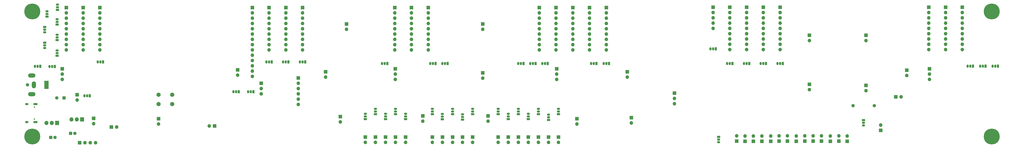
<source format=gbs>
G04 #@! TF.GenerationSoftware,KiCad,Pcbnew,7.0.9*
G04 #@! TF.CreationDate,2024-04-05T10:46:58+01:00*
G04 #@! TF.ProjectId,mcpElectronicsv2,6d637045-6c65-4637-9472-6f6e69637376,rev?*
G04 #@! TF.SameCoordinates,Original*
G04 #@! TF.FileFunction,Soldermask,Bot*
G04 #@! TF.FilePolarity,Negative*
%FSLAX46Y46*%
G04 Gerber Fmt 4.6, Leading zero omitted, Abs format (unit mm)*
G04 Created by KiCad (PCBNEW 7.0.9) date 2024-04-05 10:46:58*
%MOMM*%
%LPD*%
G01*
G04 APERTURE LIST*
%ADD10R,1.700000X1.700000*%
%ADD11O,1.700000X1.700000*%
%ADD12C,2.000000*%
%ADD13R,1.050000X1.500000*%
%ADD14O,1.050000X1.500000*%
%ADD15R,1.500000X1.050000*%
%ADD16O,1.500000X1.050000*%
%ADD17R,1.905000X2.000000*%
%ADD18O,1.905000X2.000000*%
%ADD19C,1.600000*%
%ADD20R,2.000000X4.000000*%
%ADD21O,2.000000X3.300000*%
%ADD22O,3.500000X2.000000*%
%ADD23C,7.600000*%
%ADD24R,1.600000X1.600000*%
%ADD25O,1.600000X1.600000*%
%ADD26C,0.650000*%
%ADD27O,2.100000X1.000000*%
%ADD28O,1.600000X1.000000*%
G04 APERTURE END LIST*
D10*
X460000000Y-275290000D03*
D11*
X460000000Y-272750000D03*
D12*
X139250000Y-253000000D03*
X145750000Y-253000000D03*
X139250000Y-257500000D03*
X145750000Y-257500000D03*
D10*
X464000000Y-275275000D03*
D11*
X464000000Y-272735000D03*
D13*
X354300000Y-238000000D03*
D14*
X353030000Y-238000000D03*
X351760000Y-238000000D03*
D13*
X534020000Y-239260000D03*
D14*
X532750000Y-239260000D03*
X531480000Y-239260000D03*
D10*
X252300000Y-240500000D03*
D11*
X252300000Y-245580000D03*
X252300000Y-243040000D03*
D10*
X363000000Y-242000000D03*
D11*
X363000000Y-244540000D03*
D13*
X277230000Y-238000000D03*
D14*
X275960000Y-238000000D03*
X274690000Y-238000000D03*
D10*
X229000000Y-219000000D03*
D11*
X229000000Y-221540000D03*
D10*
X192000000Y-211125000D03*
D11*
X192000000Y-213665000D03*
X192000000Y-216205000D03*
X192000000Y-218745000D03*
X192000000Y-221285000D03*
X192000000Y-223825000D03*
X192000000Y-226365000D03*
X192000000Y-228905000D03*
X192000000Y-231445000D03*
D10*
X111250000Y-211125000D03*
D11*
X111250000Y-213665000D03*
X111250000Y-216205000D03*
X111250000Y-218745000D03*
X111250000Y-221285000D03*
X111250000Y-223825000D03*
X111250000Y-226365000D03*
X111250000Y-228905000D03*
X111250000Y-231445000D03*
D10*
X385550000Y-252250000D03*
D11*
X385550000Y-257330000D03*
X385550000Y-254790000D03*
D10*
X177000000Y-241000000D03*
D11*
X177000000Y-243540000D03*
D10*
X507300000Y-240500000D03*
D11*
X507300000Y-245580000D03*
X507300000Y-243040000D03*
D10*
X353000000Y-211125000D03*
D11*
X353000000Y-213665000D03*
X353000000Y-216205000D03*
X353000000Y-218745000D03*
X353000000Y-221285000D03*
X353000000Y-223825000D03*
X353000000Y-226365000D03*
X353000000Y-228905000D03*
X353000000Y-231445000D03*
D10*
X428000000Y-211000000D03*
D11*
X428000000Y-213540000D03*
X428000000Y-216080000D03*
X428000000Y-218620000D03*
X428000000Y-221160000D03*
X428000000Y-223700000D03*
X428000000Y-226240000D03*
X428000000Y-228780000D03*
X428000000Y-231320000D03*
D10*
X306200000Y-273325000D03*
D11*
X306200000Y-275865000D03*
D10*
X108250000Y-264325000D03*
D11*
X108250000Y-266865000D03*
D10*
X238000000Y-273325000D03*
D11*
X238000000Y-275865000D03*
D13*
X248500000Y-238000000D03*
D14*
X247230000Y-238000000D03*
X245960000Y-238000000D03*
D10*
X184000000Y-211125000D03*
D11*
X184000000Y-213665000D03*
X184000000Y-216205000D03*
X184000000Y-218745000D03*
X184000000Y-221285000D03*
X184000000Y-223825000D03*
X184000000Y-226365000D03*
X184000000Y-228905000D03*
X184000000Y-231445000D03*
X184000000Y-233985000D03*
X184000000Y-236525000D03*
X184000000Y-239065000D03*
X184000000Y-241605000D03*
X184000000Y-244145000D03*
D13*
X184520000Y-251500000D03*
D14*
X183250000Y-251500000D03*
X181980000Y-251500000D03*
D13*
X324980000Y-238000000D03*
D14*
X323710000Y-238000000D03*
X322440000Y-238000000D03*
D15*
X315800000Y-264670000D03*
D16*
X315800000Y-263400000D03*
X315800000Y-262130000D03*
D15*
X270000000Y-262270000D03*
D16*
X270000000Y-261000000D03*
X270000000Y-259730000D03*
D10*
X450000000Y-224460000D03*
D11*
X450000000Y-227000000D03*
D15*
X311000000Y-262290000D03*
D16*
X311000000Y-261020000D03*
X311000000Y-259750000D03*
D15*
X320600000Y-262290000D03*
D16*
X320600000Y-261020000D03*
X320600000Y-259750000D03*
D10*
X325400000Y-273325000D03*
D11*
X325400000Y-275865000D03*
D10*
X265400000Y-263125000D03*
D11*
X265400000Y-265665000D03*
D15*
X242800000Y-262270000D03*
D16*
X242800000Y-261000000D03*
X242800000Y-259730000D03*
D10*
X279600000Y-273325000D03*
D11*
X279600000Y-275865000D03*
D10*
X451750000Y-275275000D03*
D11*
X451750000Y-272735000D03*
D10*
X188300000Y-247500000D03*
D11*
X188300000Y-252580000D03*
X188300000Y-250040000D03*
D17*
X90830000Y-266500000D03*
D18*
X88290000Y-266500000D03*
X85750000Y-266500000D03*
D13*
X112790000Y-237250000D03*
D14*
X111520000Y-237250000D03*
X110250000Y-237250000D03*
D19*
X76700000Y-248250000D03*
D20*
X85700000Y-248250000D03*
D21*
X79700000Y-248250000D03*
D22*
X78700000Y-243750000D03*
X78700000Y-252750000D03*
D10*
X329300000Y-240500000D03*
D11*
X329300000Y-245580000D03*
X329300000Y-243040000D03*
D10*
X252400000Y-273325000D03*
D11*
X252400000Y-275865000D03*
D23*
X79000000Y-213000000D03*
D15*
X306200000Y-264670000D03*
D16*
X306200000Y-263400000D03*
X306200000Y-262130000D03*
D15*
X257160000Y-264670000D03*
D16*
X257160000Y-263400000D03*
X257160000Y-262130000D03*
D13*
X429270000Y-238000000D03*
D14*
X428000000Y-238000000D03*
X426730000Y-238000000D03*
D10*
X268000000Y-211125000D03*
D11*
X268000000Y-213665000D03*
X268000000Y-216205000D03*
X268000000Y-218745000D03*
X268000000Y-221285000D03*
X268000000Y-223825000D03*
X268000000Y-226365000D03*
X268000000Y-228905000D03*
X268000000Y-231445000D03*
D10*
X139250000Y-264460000D03*
D11*
X139250000Y-267000000D03*
D13*
X106400000Y-253500000D03*
D14*
X105130000Y-253500000D03*
X103860000Y-253500000D03*
D15*
X289200000Y-262250000D03*
D16*
X289200000Y-260980000D03*
X289200000Y-259710000D03*
D10*
X208000000Y-211125000D03*
D11*
X208000000Y-213665000D03*
X208000000Y-216205000D03*
X208000000Y-218745000D03*
X208000000Y-221285000D03*
X208000000Y-223825000D03*
X208000000Y-226365000D03*
X208000000Y-228905000D03*
X208000000Y-231445000D03*
D10*
X284400000Y-273325000D03*
D11*
X284400000Y-275865000D03*
D10*
X415250000Y-275275000D03*
D11*
X415250000Y-272735000D03*
D10*
X477000000Y-224460000D03*
D11*
X477000000Y-227000000D03*
D15*
X325400000Y-265070000D03*
D16*
X325400000Y-263800000D03*
X325400000Y-262530000D03*
D10*
X491225000Y-254000000D03*
D11*
X493765000Y-254000000D03*
D10*
X226000000Y-263460000D03*
D11*
X226000000Y-266000000D03*
D10*
X419250000Y-275290000D03*
D11*
X419250000Y-272750000D03*
D23*
X79000000Y-273000000D03*
X537000000Y-213000000D03*
D10*
X484000000Y-270040000D03*
D11*
X484000000Y-267500000D03*
D13*
X193270000Y-237250000D03*
D14*
X192000000Y-237250000D03*
X190730000Y-237250000D03*
D10*
X289200000Y-273325000D03*
D11*
X289200000Y-275865000D03*
D15*
X90860000Y-219270000D03*
D16*
X90860000Y-218000000D03*
X90860000Y-216730000D03*
D15*
X330200000Y-262270000D03*
D16*
X330200000Y-261000000D03*
X330200000Y-259730000D03*
D15*
X247600000Y-264670000D03*
D16*
X247600000Y-263400000D03*
X247600000Y-262130000D03*
D13*
X89760000Y-239390000D03*
D14*
X88490000Y-239390000D03*
X87220000Y-239390000D03*
D10*
X315800000Y-273325000D03*
D11*
X315800000Y-275865000D03*
D10*
X206000000Y-244960000D03*
D11*
X206000000Y-247500000D03*
X206000000Y-250040000D03*
X206000000Y-252580000D03*
X206000000Y-255120000D03*
X206000000Y-257660000D03*
D13*
X528000000Y-239250000D03*
D14*
X526730000Y-239250000D03*
X525460000Y-239250000D03*
D10*
X329000000Y-211125000D03*
D11*
X329000000Y-213665000D03*
X329000000Y-216205000D03*
X329000000Y-218745000D03*
X329000000Y-221285000D03*
X329000000Y-223825000D03*
X329000000Y-226365000D03*
X329000000Y-228905000D03*
X329000000Y-231445000D03*
D10*
X477000000Y-248460000D03*
D11*
X477000000Y-251000000D03*
D13*
X437270000Y-238000000D03*
D14*
X436000000Y-238000000D03*
X434730000Y-238000000D03*
D15*
X284400000Y-264870000D03*
D16*
X284400000Y-263600000D03*
X284400000Y-262330000D03*
D13*
X348260000Y-238000000D03*
D14*
X346990000Y-238000000D03*
X345720000Y-238000000D03*
D10*
X412000000Y-211000000D03*
D11*
X412000000Y-213540000D03*
X412000000Y-216080000D03*
X412000000Y-218620000D03*
X412000000Y-221160000D03*
X412000000Y-223700000D03*
X412000000Y-226240000D03*
X412000000Y-228780000D03*
X412000000Y-231320000D03*
D24*
X97294888Y-271500000D03*
D19*
X99294888Y-271500000D03*
D23*
X537000000Y-273000000D03*
D13*
X209270000Y-237250000D03*
D14*
X208000000Y-237250000D03*
X206730000Y-237250000D03*
D10*
X242800000Y-273325000D03*
D11*
X242800000Y-275865000D03*
D10*
X496500000Y-241225000D03*
D11*
X496500000Y-243765000D03*
D15*
X84860000Y-220460000D03*
D16*
X84860000Y-221730000D03*
X84860000Y-223000000D03*
D15*
X90860000Y-234250000D03*
D16*
X90860000Y-232980000D03*
X90860000Y-231710000D03*
D13*
X319270000Y-238000000D03*
D14*
X318000000Y-238000000D03*
X316730000Y-238000000D03*
D10*
X468000000Y-275290000D03*
D11*
X468000000Y-272750000D03*
D13*
X177520000Y-251520000D03*
D14*
X176250000Y-251520000D03*
X174980000Y-251520000D03*
D13*
X82760000Y-239345000D03*
D14*
X81490000Y-239345000D03*
X80220000Y-239345000D03*
D15*
X252350000Y-262250000D03*
D16*
X252350000Y-260980000D03*
X252350000Y-259710000D03*
D10*
X116710000Y-268500000D03*
D11*
X119250000Y-268500000D03*
D24*
X94152651Y-254500000D03*
D19*
X90652651Y-254500000D03*
D10*
X260000000Y-211125000D03*
D11*
X260000000Y-213665000D03*
X260000000Y-216205000D03*
X260000000Y-218745000D03*
X260000000Y-221285000D03*
X260000000Y-223825000D03*
X260000000Y-226365000D03*
X260000000Y-228905000D03*
X260000000Y-231445000D03*
D10*
X257200000Y-273325000D03*
D11*
X257200000Y-275865000D03*
D19*
X481000000Y-258250000D03*
D25*
X470840000Y-258250000D03*
D13*
X313510000Y-238000000D03*
D14*
X312240000Y-238000000D03*
X310970000Y-238000000D03*
D10*
X507000000Y-211000000D03*
D11*
X507000000Y-213540000D03*
X507000000Y-216080000D03*
X507000000Y-218620000D03*
X507000000Y-221160000D03*
X507000000Y-223700000D03*
X507000000Y-226240000D03*
X507000000Y-228780000D03*
X507000000Y-231320000D03*
D10*
X101600000Y-276000000D03*
D11*
X104140000Y-276000000D03*
X106680000Y-276000000D03*
X109220000Y-276000000D03*
D10*
X436000000Y-211000000D03*
D11*
X436000000Y-213540000D03*
X436000000Y-216080000D03*
X436000000Y-218620000D03*
X436000000Y-221160000D03*
X436000000Y-223700000D03*
X436000000Y-226240000D03*
X436000000Y-228780000D03*
X436000000Y-231320000D03*
D10*
X200000000Y-211125000D03*
D11*
X200000000Y-213665000D03*
X200000000Y-216205000D03*
X200000000Y-218745000D03*
X200000000Y-221285000D03*
X200000000Y-223825000D03*
X200000000Y-226365000D03*
X200000000Y-228905000D03*
X200000000Y-231445000D03*
D10*
X431500000Y-275290000D03*
D11*
X431500000Y-272750000D03*
D10*
X337000000Y-211125000D03*
D11*
X337000000Y-213665000D03*
X337000000Y-216205000D03*
X337000000Y-218745000D03*
X337000000Y-221285000D03*
X337000000Y-223825000D03*
X337000000Y-226365000D03*
X337000000Y-228905000D03*
X337000000Y-231445000D03*
D10*
X447750000Y-275275000D03*
D11*
X447750000Y-272735000D03*
D10*
X320600000Y-273325000D03*
D11*
X320600000Y-275865000D03*
D10*
X439500000Y-275275000D03*
D11*
X439500000Y-272735000D03*
D15*
X90860000Y-226750000D03*
D16*
X90860000Y-225480000D03*
X90860000Y-224210000D03*
D10*
X365000000Y-264000000D03*
D11*
X365000000Y-266540000D03*
D10*
X95250000Y-211125000D03*
D11*
X95250000Y-213665000D03*
X95250000Y-216205000D03*
X95250000Y-218745000D03*
X95250000Y-221285000D03*
X95250000Y-223825000D03*
X95250000Y-226365000D03*
X95250000Y-228905000D03*
X95250000Y-231445000D03*
D13*
X540000000Y-239250000D03*
D14*
X538730000Y-239250000D03*
X537460000Y-239250000D03*
D10*
X100400000Y-253000000D03*
D11*
X100400000Y-255540000D03*
D26*
X80000000Y-258860000D03*
X80000000Y-264640000D03*
D27*
X80530000Y-257430000D03*
D28*
X76350000Y-257430000D03*
D27*
X80530000Y-266070000D03*
D28*
X76350000Y-266070000D03*
D13*
X421270000Y-238000000D03*
D14*
X420000000Y-238000000D03*
X418730000Y-238000000D03*
D10*
X515000000Y-211000000D03*
D11*
X515000000Y-213540000D03*
X515000000Y-216080000D03*
X515000000Y-218620000D03*
X515000000Y-221160000D03*
X515000000Y-223700000D03*
X515000000Y-226240000D03*
X515000000Y-228780000D03*
X515000000Y-231320000D03*
D10*
X455750000Y-275275000D03*
D11*
X455750000Y-272735000D03*
D10*
X345000000Y-211125000D03*
D11*
X345000000Y-213665000D03*
X345000000Y-216205000D03*
X345000000Y-218745000D03*
X345000000Y-221285000D03*
X345000000Y-223825000D03*
X345000000Y-226365000D03*
X345000000Y-228905000D03*
X345000000Y-231445000D03*
D15*
X301400000Y-262270000D03*
D16*
X301400000Y-261000000D03*
X301400000Y-259730000D03*
D10*
X296600000Y-263125000D03*
D11*
X296600000Y-265665000D03*
D15*
X475815000Y-265190000D03*
D16*
X475815000Y-266460000D03*
X475815000Y-267730000D03*
D10*
X103250000Y-211125000D03*
D11*
X103250000Y-213665000D03*
X103250000Y-216205000D03*
X103250000Y-218745000D03*
X103250000Y-221285000D03*
X103250000Y-223825000D03*
X103250000Y-226365000D03*
X103250000Y-228905000D03*
X103250000Y-231445000D03*
D10*
X330200000Y-273325000D03*
D11*
X330200000Y-275865000D03*
D10*
X523000000Y-211000000D03*
D11*
X523000000Y-213540000D03*
X523000000Y-216080000D03*
X523000000Y-218620000D03*
X523000000Y-221160000D03*
X523000000Y-223700000D03*
X523000000Y-226240000D03*
X523000000Y-228780000D03*
X523000000Y-231320000D03*
D10*
X270000000Y-273325000D03*
D11*
X270000000Y-275865000D03*
D17*
X102740000Y-264800000D03*
D18*
X100200000Y-264800000D03*
X97660000Y-264800000D03*
D15*
X90960000Y-212270000D03*
D16*
X90960000Y-211000000D03*
X90960000Y-209730000D03*
D15*
X86000000Y-215500000D03*
D16*
X86000000Y-214230000D03*
X86000000Y-212960000D03*
D10*
X252000000Y-211125000D03*
D11*
X252000000Y-213665000D03*
X252000000Y-216205000D03*
X252000000Y-218745000D03*
X252000000Y-221285000D03*
X252000000Y-223825000D03*
X252000000Y-226365000D03*
X252000000Y-228905000D03*
X252000000Y-231445000D03*
D10*
X301400000Y-273325000D03*
D11*
X301400000Y-275865000D03*
D13*
X271460000Y-237990000D03*
D14*
X270190000Y-237990000D03*
X268920000Y-237990000D03*
D15*
X84860000Y-227960000D03*
D16*
X84860000Y-229230000D03*
X84860000Y-230500000D03*
D10*
X443750000Y-275290000D03*
D11*
X443750000Y-272750000D03*
D10*
X321000000Y-211125000D03*
D11*
X321000000Y-213665000D03*
X321000000Y-216205000D03*
X321000000Y-218745000D03*
X321000000Y-221285000D03*
X321000000Y-223825000D03*
X321000000Y-226365000D03*
X321000000Y-228905000D03*
X321000000Y-231445000D03*
D10*
X435500000Y-275275000D03*
D11*
X435500000Y-272735000D03*
D10*
X404000000Y-211000000D03*
D11*
X404000000Y-213540000D03*
X404000000Y-216080000D03*
X404000000Y-218620000D03*
X404000000Y-221160000D03*
D10*
X420000000Y-211000000D03*
D11*
X420000000Y-213540000D03*
X420000000Y-216080000D03*
X420000000Y-218620000D03*
X420000000Y-221160000D03*
X420000000Y-223700000D03*
X420000000Y-226240000D03*
X420000000Y-228780000D03*
X420000000Y-231320000D03*
D15*
X279600000Y-262270000D03*
D16*
X279600000Y-261000000D03*
X279600000Y-259730000D03*
D10*
X219000000Y-242000000D03*
D11*
X219000000Y-244540000D03*
D10*
X247600000Y-273325000D03*
D11*
X247600000Y-275865000D03*
D10*
X311000000Y-273325000D03*
D11*
X311000000Y-275865000D03*
D10*
X93300000Y-240500000D03*
D11*
X93300000Y-245580000D03*
X93300000Y-243040000D03*
D10*
X274800000Y-273325000D03*
D11*
X274800000Y-275865000D03*
D15*
X238000000Y-264670000D03*
D16*
X238000000Y-263400000D03*
X238000000Y-262130000D03*
D15*
X274750000Y-264740000D03*
D16*
X274750000Y-263470000D03*
X274750000Y-262200000D03*
D10*
X423250000Y-275290000D03*
D11*
X423250000Y-272750000D03*
D13*
X405270000Y-231000000D03*
D14*
X404000000Y-231000000D03*
X402730000Y-231000000D03*
D10*
X339000000Y-264460000D03*
D11*
X339000000Y-267000000D03*
D15*
X406640000Y-273230000D03*
D16*
X406640000Y-274500000D03*
X406640000Y-275770000D03*
D10*
X427250000Y-275290000D03*
D11*
X427250000Y-272750000D03*
D24*
X87794888Y-273500000D03*
D19*
X89794888Y-273500000D03*
D10*
X294000000Y-219000000D03*
D11*
X294000000Y-221540000D03*
D10*
X450000000Y-248000000D03*
D11*
X450000000Y-250540000D03*
D13*
X413270000Y-238000000D03*
D14*
X412000000Y-238000000D03*
X410730000Y-238000000D03*
D10*
X166000000Y-268000000D03*
D11*
X163460000Y-268000000D03*
D13*
X201250000Y-237250000D03*
D14*
X199980000Y-237250000D03*
X198710000Y-237250000D03*
D10*
X294000000Y-242460000D03*
D11*
X294000000Y-245000000D03*
M02*

</source>
